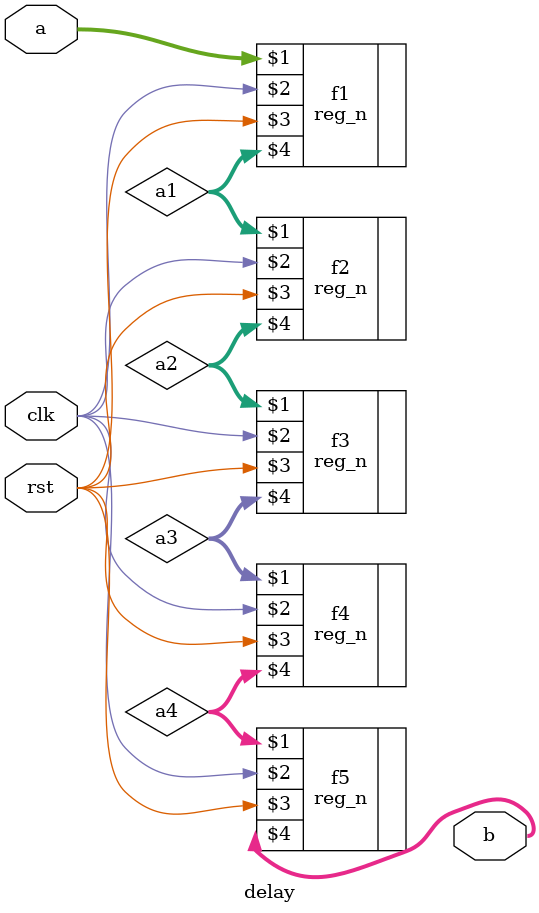
<source format=v>


module delay(a,clk,rst,b);

	parameter N = 4;
	
	input [(2**N)-1:0] a;
	output [(2**N)-1:0] b;
	input clk,rst;
	wire [(2**N)-1:0] a1,a2,a3,a4;
	
	 reg_n f1(a,clk,rst,a1);
	 reg_n f2(a1,clk,rst,a2);
	 reg_n f3(a2,clk,rst,a3);
	 reg_n f4(a3,clk,rst,a4);
	 reg_n f5(a4,clk,rst,b);

endmodule

</source>
